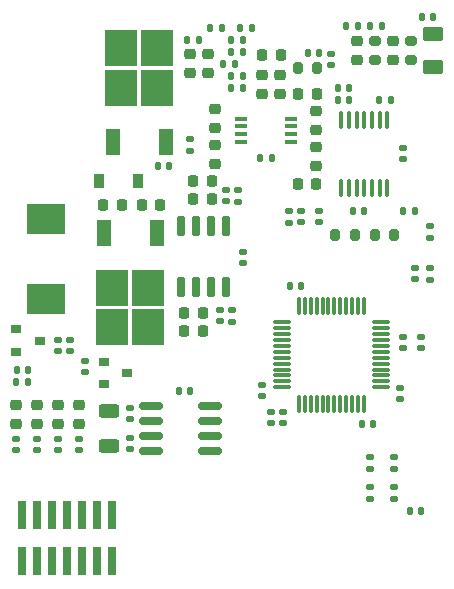
<source format=gtp>
G04 #@! TF.GenerationSoftware,KiCad,Pcbnew,6.0.4-6f826c9f35~116~ubuntu18.04.1*
G04 #@! TF.CreationDate,2022-04-10T17:08:25+03:00*
G04 #@! TF.ProjectId,wideband_controller,77696465-6261-46e6-945f-636f6e74726f,rev?*
G04 #@! TF.SameCoordinates,Original*
G04 #@! TF.FileFunction,Paste,Top*
G04 #@! TF.FilePolarity,Positive*
%FSLAX46Y46*%
G04 Gerber Fmt 4.6, Leading zero omitted, Abs format (unit mm)*
G04 Created by KiCad (PCBNEW 6.0.4-6f826c9f35~116~ubuntu18.04.1) date 2022-04-10 17:08:25*
%MOMM*%
%LPD*%
G01*
G04 APERTURE LIST*
G04 Aperture macros list*
%AMRoundRect*
0 Rectangle with rounded corners*
0 $1 Rounding radius*
0 $2 $3 $4 $5 $6 $7 $8 $9 X,Y pos of 4 corners*
0 Add a 4 corners polygon primitive as box body*
4,1,4,$2,$3,$4,$5,$6,$7,$8,$9,$2,$3,0*
0 Add four circle primitives for the rounded corners*
1,1,$1+$1,$2,$3*
1,1,$1+$1,$4,$5*
1,1,$1+$1,$6,$7*
1,1,$1+$1,$8,$9*
0 Add four rect primitives between the rounded corners*
20,1,$1+$1,$2,$3,$4,$5,0*
20,1,$1+$1,$4,$5,$6,$7,0*
20,1,$1+$1,$6,$7,$8,$9,0*
20,1,$1+$1,$8,$9,$2,$3,0*%
G04 Aperture macros list end*
%ADD10RoundRect,0.218750X-0.218750X-0.256250X0.218750X-0.256250X0.218750X0.256250X-0.218750X0.256250X0*%
%ADD11RoundRect,0.218750X0.256250X-0.218750X0.256250X0.218750X-0.256250X0.218750X-0.256250X-0.218750X0*%
%ADD12RoundRect,0.218750X-0.256250X0.218750X-0.256250X-0.218750X0.256250X-0.218750X0.256250X0.218750X0*%
%ADD13R,0.900000X0.800000*%
%ADD14RoundRect,0.147500X-0.147500X-0.172500X0.147500X-0.172500X0.147500X0.172500X-0.147500X0.172500X0*%
%ADD15RoundRect,0.218750X0.218750X0.256250X-0.218750X0.256250X-0.218750X-0.256250X0.218750X-0.256250X0*%
%ADD16R,3.300000X2.500000*%
%ADD17RoundRect,0.147500X-0.172500X0.147500X-0.172500X-0.147500X0.172500X-0.147500X0.172500X0.147500X0*%
%ADD18RoundRect,0.140000X0.140000X0.170000X-0.140000X0.170000X-0.140000X-0.170000X0.140000X-0.170000X0*%
%ADD19RoundRect,0.147500X0.147500X0.172500X-0.147500X0.172500X-0.147500X-0.172500X0.147500X-0.172500X0*%
%ADD20RoundRect,0.140000X-0.170000X0.140000X-0.170000X-0.140000X0.170000X-0.140000X0.170000X0.140000X0*%
%ADD21RoundRect,0.147500X0.172500X-0.147500X0.172500X0.147500X-0.172500X0.147500X-0.172500X-0.147500X0*%
%ADD22RoundRect,0.200000X0.200000X0.275000X-0.200000X0.275000X-0.200000X-0.275000X0.200000X-0.275000X0*%
%ADD23RoundRect,0.250000X-0.625000X0.375000X-0.625000X-0.375000X0.625000X-0.375000X0.625000X0.375000X0*%
%ADD24RoundRect,0.135000X0.185000X-0.135000X0.185000X0.135000X-0.185000X0.135000X-0.185000X-0.135000X0*%
%ADD25RoundRect,0.135000X-0.185000X0.135000X-0.185000X-0.135000X0.185000X-0.135000X0.185000X0.135000X0*%
%ADD26RoundRect,0.200000X-0.200000X-0.275000X0.200000X-0.275000X0.200000X0.275000X-0.200000X0.275000X0*%
%ADD27RoundRect,0.140000X0.170000X-0.140000X0.170000X0.140000X-0.170000X0.140000X-0.170000X-0.140000X0*%
%ADD28RoundRect,0.140000X-0.140000X-0.170000X0.140000X-0.170000X0.140000X0.170000X-0.140000X0.170000X0*%
%ADD29R,2.750000X3.050000*%
%ADD30R,1.200000X2.200000*%
%ADD31R,0.740000X2.400000*%
%ADD32RoundRect,0.075000X0.662500X0.075000X-0.662500X0.075000X-0.662500X-0.075000X0.662500X-0.075000X0*%
%ADD33RoundRect,0.075000X0.075000X0.662500X-0.075000X0.662500X-0.075000X-0.662500X0.075000X-0.662500X0*%
%ADD34RoundRect,0.150000X0.825000X0.150000X-0.825000X0.150000X-0.825000X-0.150000X0.825000X-0.150000X0*%
%ADD35RoundRect,0.150000X0.150000X-0.725000X0.150000X0.725000X-0.150000X0.725000X-0.150000X-0.725000X0*%
%ADD36RoundRect,0.135000X-0.135000X-0.185000X0.135000X-0.185000X0.135000X0.185000X-0.135000X0.185000X0*%
%ADD37RoundRect,0.135000X0.135000X0.185000X-0.135000X0.185000X-0.135000X-0.185000X0.135000X-0.185000X0*%
%ADD38R,1.100000X0.400000*%
%ADD39RoundRect,0.100000X-0.100000X0.637500X-0.100000X-0.637500X0.100000X-0.637500X0.100000X0.637500X0*%
%ADD40R,0.900000X1.200000*%
%ADD41RoundRect,0.250000X0.625000X-0.312500X0.625000X0.312500X-0.625000X0.312500X-0.625000X-0.312500X0*%
%ADD42RoundRect,0.200000X-0.275000X0.200000X-0.275000X-0.200000X0.275000X-0.200000X0.275000X0.200000X0*%
G04 APERTURE END LIST*
D10*
X133045000Y-78994000D03*
X134620000Y-78994000D03*
D11*
X130048000Y-71399500D03*
X130048000Y-69824500D03*
D12*
X126025000Y-75707500D03*
X126025000Y-77282500D03*
D13*
X109220000Y-91318000D03*
X109220000Y-93218000D03*
X111220000Y-92268000D03*
D14*
X123698000Y-66802000D03*
X124668000Y-66802000D03*
D15*
X124993500Y-89916000D03*
X123418500Y-89916000D03*
D10*
X123418500Y-91440000D03*
X124993500Y-91440000D03*
D16*
X111760000Y-81944000D03*
X111760000Y-88744000D03*
D17*
X143510000Y-91971000D03*
X143510000Y-92941000D03*
D18*
X144498000Y-64897000D03*
X143538000Y-64897000D03*
D19*
X130828000Y-76835000D03*
X129858000Y-76835000D03*
D17*
X141986000Y-91971000D03*
X141986000Y-92941000D03*
D20*
X131826000Y-98326000D03*
X131826000Y-99286000D03*
D17*
X141986000Y-75946000D03*
X141986000Y-76916000D03*
D10*
X124180500Y-80264000D03*
X125755500Y-80264000D03*
D14*
X136421000Y-70866000D03*
X137391000Y-70866000D03*
D18*
X138656000Y-81280000D03*
X137696000Y-81280000D03*
D14*
X133904000Y-67945000D03*
X134874000Y-67945000D03*
X136421000Y-71882000D03*
X137391000Y-71882000D03*
D21*
X133350000Y-82273000D03*
X133350000Y-81303000D03*
D11*
X109220000Y-99339500D03*
X109220000Y-97764500D03*
D22*
X137858000Y-83312000D03*
X136208000Y-83312000D03*
D23*
X144526000Y-66291000D03*
X144526000Y-69091000D03*
D17*
X123952000Y-75230000D03*
X123952000Y-76200000D03*
D11*
X123952000Y-69621500D03*
X123952000Y-68046500D03*
D14*
X121181000Y-77470000D03*
X122151000Y-77470000D03*
D17*
X114554000Y-100607000D03*
X114554000Y-101577000D03*
D11*
X125476000Y-69621500D03*
X125476000Y-68046500D03*
D14*
X142517000Y-106680000D03*
X143487000Y-106680000D03*
D24*
X132334000Y-82298000D03*
X132334000Y-81278000D03*
D12*
X141097000Y-66903500D03*
X141097000Y-68478500D03*
D14*
X125626000Y-65786000D03*
X126596000Y-65786000D03*
D15*
X125755500Y-78740000D03*
X124180500Y-78740000D03*
X131597500Y-68072000D03*
X130022500Y-68072000D03*
D25*
X128016000Y-79500000D03*
X128016000Y-80520000D03*
D26*
X133033000Y-69215000D03*
X134683000Y-69215000D03*
D11*
X131572000Y-71399500D03*
X131572000Y-69824500D03*
X138049000Y-68478500D03*
X138049000Y-66903500D03*
D14*
X109227000Y-94742000D03*
X110197000Y-94742000D03*
D17*
X128397000Y-84739250D03*
X128397000Y-85709250D03*
D10*
X119837000Y-80772000D03*
X121412000Y-80772000D03*
D15*
X118135500Y-80772000D03*
X116560500Y-80772000D03*
D20*
X115062000Y-94008000D03*
X115062000Y-94968000D03*
X112760000Y-92230000D03*
X112760000Y-93190000D03*
D17*
X113792000Y-92225000D03*
X113792000Y-93195000D03*
D14*
X139192000Y-65659000D03*
X140162000Y-65659000D03*
D27*
X127000000Y-80490000D03*
X127000000Y-79530000D03*
D11*
X112776000Y-99339500D03*
X112776000Y-97764500D03*
D28*
X109204000Y-95758000D03*
X110164000Y-95758000D03*
D11*
X110998000Y-99339500D03*
X110998000Y-97764500D03*
D21*
X134874000Y-82273000D03*
X134874000Y-81303000D03*
D12*
X126025000Y-72659500D03*
X126025000Y-74234500D03*
D15*
X134645500Y-71374000D03*
X133070500Y-71374000D03*
D21*
X112776000Y-101577000D03*
X112776000Y-100607000D03*
D17*
X135890000Y-67968000D03*
X135890000Y-68938000D03*
D12*
X114554000Y-97764500D03*
X114554000Y-99339500D03*
D11*
X134620000Y-74447500D03*
X134620000Y-72872500D03*
D29*
X118108000Y-70866000D03*
X121158000Y-67516000D03*
X121158000Y-70866000D03*
X118108000Y-67516000D03*
D30*
X117353000Y-75491000D03*
X121913000Y-75491000D03*
D21*
X110998000Y-101577000D03*
X110998000Y-100607000D03*
D22*
X141223000Y-83312000D03*
X139573000Y-83312000D03*
D31*
X109728000Y-110916000D03*
X109728000Y-107016000D03*
X110998000Y-110916000D03*
X110998000Y-107016000D03*
X112268000Y-110916000D03*
X112268000Y-107016000D03*
X113538000Y-110916000D03*
X113538000Y-107016000D03*
X114808000Y-110916000D03*
X114808000Y-107016000D03*
X116078000Y-110916000D03*
X116078000Y-107016000D03*
X117348000Y-110916000D03*
X117348000Y-107016000D03*
D32*
X140052500Y-96222000D03*
X140052500Y-95722000D03*
X140052500Y-95222000D03*
X140052500Y-94722000D03*
X140052500Y-94222000D03*
X140052500Y-93722000D03*
X140052500Y-93222000D03*
X140052500Y-92722000D03*
X140052500Y-92222000D03*
X140052500Y-91722000D03*
X140052500Y-91222000D03*
X140052500Y-90722000D03*
D33*
X138640000Y-89309500D03*
X138140000Y-89309500D03*
X137640000Y-89309500D03*
X137140000Y-89309500D03*
X136640000Y-89309500D03*
X136140000Y-89309500D03*
X135640000Y-89309500D03*
X135140000Y-89309500D03*
X134640000Y-89309500D03*
X134140000Y-89309500D03*
X133640000Y-89309500D03*
X133140000Y-89309500D03*
D32*
X131727500Y-90722000D03*
X131727500Y-91222000D03*
X131727500Y-91722000D03*
X131727500Y-92222000D03*
X131727500Y-92722000D03*
X131727500Y-93222000D03*
X131727500Y-93722000D03*
X131727500Y-94222000D03*
X131727500Y-94722000D03*
X131727500Y-95222000D03*
X131727500Y-95722000D03*
X131727500Y-96222000D03*
D33*
X133140000Y-97634500D03*
X133640000Y-97634500D03*
X134140000Y-97634500D03*
X134640000Y-97634500D03*
X135140000Y-97634500D03*
X135640000Y-97634500D03*
X136140000Y-97634500D03*
X136640000Y-97634500D03*
X137140000Y-97634500D03*
X137640000Y-97634500D03*
X138140000Y-97634500D03*
X138640000Y-97634500D03*
D14*
X132357000Y-87630000D03*
X133327000Y-87630000D03*
D21*
X130048000Y-96982000D03*
X130048000Y-96012000D03*
D19*
X139423000Y-99314000D03*
X138453000Y-99314000D03*
D17*
X141732000Y-96289000D03*
X141732000Y-97259000D03*
D20*
X126492000Y-89690000D03*
X126492000Y-90650000D03*
D24*
X127508000Y-90680000D03*
X127508000Y-89660000D03*
D19*
X123952000Y-96520000D03*
X122982000Y-96520000D03*
D21*
X118807000Y-101450000D03*
X118807000Y-100480000D03*
X118807000Y-98910000D03*
X118807000Y-97940000D03*
X109220000Y-101577000D03*
X109220000Y-100607000D03*
D34*
X125600000Y-101600000D03*
X125600000Y-100330000D03*
X125600000Y-99060000D03*
X125600000Y-97790000D03*
X120650000Y-97790000D03*
X120650000Y-99060000D03*
X120650000Y-100330000D03*
X120650000Y-101600000D03*
D29*
X120397000Y-91151000D03*
X117347000Y-87801000D03*
X120397000Y-87801000D03*
X117347000Y-91151000D03*
D30*
X121152000Y-83176000D03*
X116592000Y-83176000D03*
D35*
X123190000Y-87695250D03*
X124460000Y-87695250D03*
X125730000Y-87695250D03*
X127000000Y-87695250D03*
X127000000Y-82545250D03*
X125730000Y-82545250D03*
X124460000Y-82545250D03*
X123190000Y-82545250D03*
D25*
X139192000Y-104646000D03*
X139192000Y-105666000D03*
X141224000Y-104646000D03*
X141224000Y-105666000D03*
D20*
X130810000Y-98326000D03*
X130810000Y-99286000D03*
D11*
X134620000Y-77495500D03*
X134620000Y-75920500D03*
D13*
X116602000Y-94046000D03*
X116602000Y-95946000D03*
X118602000Y-94996000D03*
D36*
X127379000Y-67818000D03*
X128399000Y-67818000D03*
D18*
X128369000Y-70866000D03*
X127409000Y-70866000D03*
D25*
X144272000Y-82548000D03*
X144272000Y-83568000D03*
D36*
X139952000Y-71882000D03*
X140972000Y-71882000D03*
D37*
X143004000Y-81280000D03*
X141984000Y-81280000D03*
D24*
X141224000Y-103126000D03*
X141224000Y-102106000D03*
D37*
X129161000Y-65786000D03*
X128141000Y-65786000D03*
D24*
X139192000Y-103126000D03*
X139192000Y-102106000D03*
D18*
X128369000Y-66802000D03*
X127409000Y-66802000D03*
D38*
X128193000Y-73488000D03*
X128193000Y-74138000D03*
X128193000Y-74788000D03*
X128193000Y-75438000D03*
X132493000Y-75438000D03*
X132493000Y-74788000D03*
X132493000Y-74138000D03*
X132493000Y-73488000D03*
D20*
X143002000Y-86134000D03*
X143002000Y-87094000D03*
D36*
X126744000Y-68834000D03*
X127764000Y-68834000D03*
D39*
X140634000Y-73591500D03*
X139984000Y-73591500D03*
X139334000Y-73591500D03*
X138684000Y-73591500D03*
X138034000Y-73591500D03*
X137384000Y-73591500D03*
X136734000Y-73591500D03*
X136734000Y-79316500D03*
X137384000Y-79316500D03*
X138034000Y-79316500D03*
X138684000Y-79316500D03*
X139334000Y-79316500D03*
X139984000Y-79316500D03*
X140634000Y-79316500D03*
D37*
X138178000Y-65659000D03*
X137158000Y-65659000D03*
D40*
X119506000Y-78740000D03*
X116206000Y-78740000D03*
D41*
X117029000Y-101157500D03*
X117029000Y-98232500D03*
D42*
X139573000Y-66866000D03*
X139573000Y-68516000D03*
D36*
X127379000Y-69850000D03*
X128399000Y-69850000D03*
D42*
X142621000Y-66866000D03*
X142621000Y-68516000D03*
D24*
X144272000Y-87124000D03*
X144272000Y-86104000D03*
M02*

</source>
